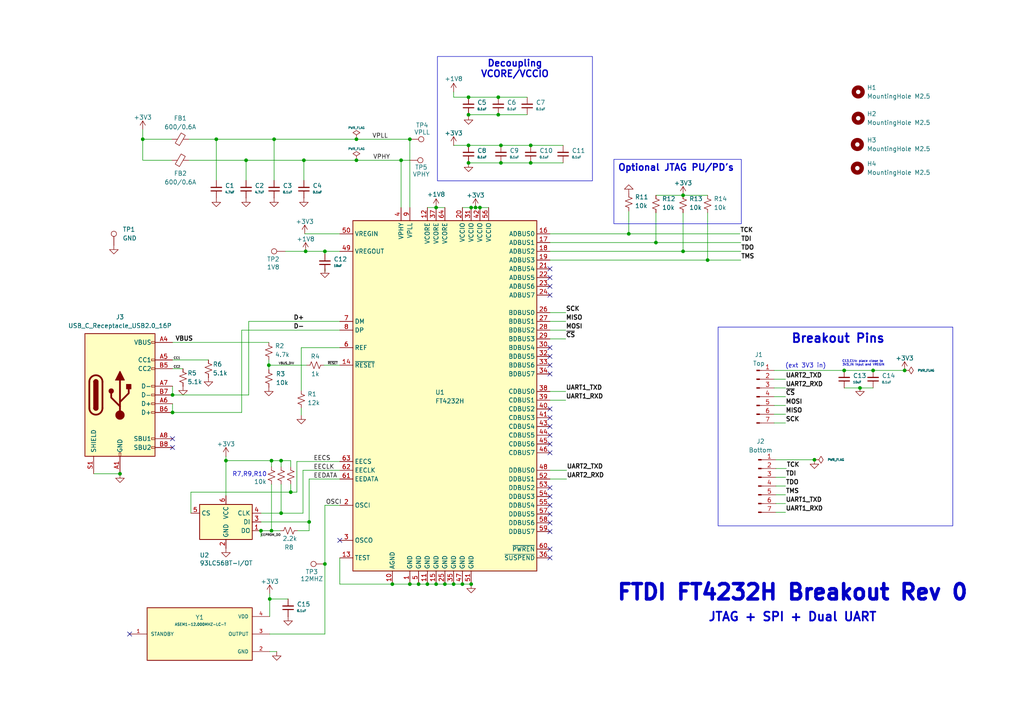
<source format=kicad_sch>
(kicad_sch (version 20231120) (generator "eeschema") (generator_version "8.0")
  (paper "A4")
  (lib_symbols
    (symbol "ASEM1_12_000MHZ-LC-T:ASEM1-12.000MHZ-LC-T" (pin_names (offset 1.016))
      (property "Reference" "Y" (at -15.24 8.128 0))
      (property "Value" "ASEM1-12.000MHZ-LC-T" (at -15.24 -10.16 0))
      (symbol "ASEM1-12.000MHZ-LC-T_0_0"
        (pin passive line (at -20.32 0 0) (length 5.08) (name "STANDBY") (number "1"))
        (pin power_in line (at 20.32 -5.08 180) (length 5.08) (name "GND") (number "2"))
        (pin output line (at 20.32 0 180) (length 5.08) (name "OUTPUT") (number "3"))
        (pin power_in line (at 20.32 5.08 180) (length 5.08) (name "VDD") (number "4"))
      )
    )
    (symbol "Connector:Conn_01x07_Pin" (pin_names (offset 1.016) hide)
      (property "Reference" "J" (at 0 10.16 0))
      (property "Value" "Conn_01x07_Pin" (at 0 -10.16 0))
      (symbol "Conn_01x07_Pin_1_1"
        (pin passive line (at 5.08 7.62 180) (length 3.81) (name "Pin_1") (number "1"))
        (pin passive line (at 5.08 5.08 180) (length 3.81) (name "Pin_2") (number "2"))
        (pin passive line (at 5.08 2.54 180) (length 3.81) (name "Pin_3") (number "3"))
        (pin passive line (at 5.08 0 180) (length 3.81) (name "Pin_4") (number "4"))
        (pin passive line (at 5.08 -2.54 180) (length 3.81) (name "Pin_5") (number "5"))
        (pin passive line (at 5.08 -5.08 180) (length 3.81) (name "Pin_6") (number "6"))
        (pin passive line (at 5.08 -7.62 180) (length 3.81) (name "Pin_7") (number "7"))
      )
    )
    (symbol "Connector:TestPoint" (pin_numbers hide) (pin_names (offset 0.762) hide)
      (property "Reference" "TP" (at 0 6.858 0))
      (property "Value" "TestPoint" (at 0 5.08 0))
      (symbol "TestPoint_1_1"
        (pin passive line (at 0 0 90) (length 2.54) (name "1") (number "1"))
      )
    )
    (symbol "Connector:USB_C_Receptacle_USB2.0_16P" (pin_names (offset 1.016))
      (property "Reference" "J" (at 0 22.225 0))
      (property "Value" "USB_C_Receptacle_USB2.0_16P" (at 0 19.685 0))
      (symbol "USB_C_Receptacle_USB2.0_16P_1_1"
        (pin passive line (at 0 -22.86 90) (length 5.08) (name "GND") (number "A1"))
        (pin passive line (at 0 -22.86 90) (length 5.08) hide (name "GND") (number "A12"))
        (pin passive line (at 15.24 15.24 180) (length 5.08) (name "VBUS") (number "A4"))
        (pin bidirectional line (at 15.24 10.16 180) (length 5.08) (name "CC1") (number "A5"))
        (pin bidirectional line (at 15.24 -2.54 180) (length 5.08) (name "D+") (number "A6"))
        (pin bidirectional line (at 15.24 2.54 180) (length 5.08) (name "D-") (number "A7"))
        (pin bidirectional line (at 15.24 -12.7 180) (length 5.08) (name "SBU1") (number "A8"))
        (pin passive line (at 15.24 15.24 180) (length 5.08) hide (name "VBUS") (number "A9"))
        (pin passive line (at 0 -22.86 90) (length 5.08) hide (name "GND") (number "B1"))
        (pin passive line (at 0 -22.86 90) (length 5.08) hide (name "GND") (number "B12"))
        (pin passive line (at 15.24 15.24 180) (length 5.08) hide (name "VBUS") (number "B4"))
        (pin bidirectional line (at 15.24 7.62 180) (length 5.08) (name "CC2") (number "B5"))
        (pin bidirectional line (at 15.24 -5.08 180) (length 5.08) (name "D+") (number "B6"))
        (pin bidirectional line (at 15.24 0 180) (length 5.08) (name "D-") (number "B7"))
        (pin bidirectional line (at 15.24 -15.24 180) (length 5.08) (name "SBU2") (number "B8"))
        (pin passive line (at 15.24 15.24 180) (length 5.08) hide (name "VBUS") (number "B9"))
        (pin passive line (at -7.62 -22.86 90) (length 5.08) (name "SHIELD") (number "S1"))
      )
    )
    (symbol "Device:C_Small" (pin_numbers hide) (pin_names (offset 0.254) hide)
      (property "Reference" "C" (at 0.254 1.778 0))
      (property "Value" "C_Small" (at 0.254 -2.032 0))
      (symbol "C_Small_1_1"
        (pin passive line (at 0 2.54 270) (length 2.032) (name "~") (number "1"))
        (pin passive line (at 0 -2.54 90) (length 2.032) (name "~") (number "2"))
      )
    )
    (symbol "Device:FerriteBead_Small" (pin_numbers hide) (pin_names (offset 0))
      (property "Reference" "FB" (at 1.905 1.27 0))
      (property "Value" "FerriteBead_Small" (at 1.905 -1.27 0))
      (symbol "FerriteBead_Small_1_1"
        (pin passive line (at 0 2.54 270) (length 1.27) (name "~") (number "1"))
        (pin passive line (at 0 -2.54 90) (length 1.27) (name "~") (number "2"))
      )
    )
    (symbol "Device:R_Small_US" (pin_numbers hide) (pin_names (offset 0.254) hide)
      (property "Reference" "R" (at 0.762 0.508 0))
      (property "Value" "R_Small_US" (at 0.762 -1.016 0))
      (symbol "R_Small_US_1_1"
        (pin passive line (at 0 2.54 270) (length 1.016) (name "~") (number "1"))
        (pin passive line (at 0 -2.54 90) (length 1.016) (name "~") (number "2"))
      )
    )
    (symbol "Interface_USB:FT4232H"
      (property "Reference" "U" (at -26.67 53.34 0))
      (property "Value" "FT4232H" (at 19.05 53.34 0))
      (symbol "FT4232H_1_1"
        (pin power_in line (at -10.16 -53.34 90) (length 3.81) (name "GND") (number "1"))
        (pin power_in line (at -15.24 -53.34 90) (length 3.81) (name "AGND") (number "10"))
        (pin power_in line (at -5.08 -53.34 90) (length 3.81) (name "GND") (number "11"))
        (pin power_in line (at -5.08 55.88 270) (length 3.81) (name "VCORE") (number "12"))
        (pin input line (at -30.48 -45.72 0) (length 3.81) (name "TEST") (number "13"))
        (pin input line (at -30.48 10.16 0) (length 3.81) (name "~{RESET}") (number "14"))
        (pin power_in line (at -2.54 -53.34 90) (length 3.81) (name "GND") (number "15"))
        (pin bidirectional line (at 30.48 48.26 180) (length 3.81) (name "ADBUS0") (number "16"))
        (pin bidirectional line (at 30.48 45.72 180) (length 3.81) (name "ADBUS1") (number "17"))
        (pin bidirectional line (at 30.48 43.18 180) (length 3.81) (name "ADBUS2") (number "18"))
        (pin bidirectional line (at 30.48 40.64 180) (length 3.81) (name "ADBUS3") (number "19"))
        (pin input line (at -30.48 -30.48 0) (length 3.81) (name "OSCI") (number "2"))
        (pin power_in line (at 5.08 55.88 270) (length 3.81) (name "VCCIO") (number "20"))
        (pin bidirectional line (at 30.48 38.1 180) (length 3.81) (name "ADBUS4") (number "21"))
        (pin bidirectional line (at 30.48 35.56 180) (length 3.81) (name "ADBUS5") (number "22"))
        (pin bidirectional line (at 30.48 33.02 180) (length 3.81) (name "ADBUS6") (number "23"))
        (pin bidirectional line (at 30.48 30.48 180) (length 3.81) (name "ADBUS7") (number "24"))
        (pin power_in line (at 0 -53.34 90) (length 3.81) (name "GND") (number "25"))
        (pin bidirectional line (at 30.48 25.4 180) (length 3.81) (name "BDBUS0") (number "26"))
        (pin bidirectional line (at 30.48 22.86 180) (length 3.81) (name "BDBUS1") (number "27"))
        (pin bidirectional line (at 30.48 20.32 180) (length 3.81) (name "BDBUS2") (number "28"))
        (pin bidirectional line (at 30.48 17.78 180) (length 3.81) (name "BDBUS3") (number "29"))
        (pin output line (at -30.48 -40.64 0) (length 3.81) (name "OSCO") (number "3"))
        (pin bidirectional line (at 30.48 15.24 180) (length 3.81) (name "BDBUS4") (number "30"))
        (pin power_in line (at 7.62 55.88 270) (length 3.81) (name "VCCIO") (number "31"))
        (pin bidirectional line (at 30.48 12.7 180) (length 3.81) (name "BDBUS5") (number "32"))
        (pin bidirectional line (at 30.48 10.16 180) (length 3.81) (name "BDBUS6") (number "33"))
        (pin bidirectional line (at 30.48 7.62 180) (length 3.81) (name "BDBUS7") (number "34"))
        (pin power_in line (at 2.54 -53.34 90) (length 3.81) (name "GND") (number "35"))
        (pin output line (at 30.48 -45.72 180) (length 3.81) (name "~{SUSPEND}") (number "36"))
        (pin power_in line (at -2.54 55.88 270) (length 3.81) (name "VCORE") (number "37"))
        (pin bidirectional line (at 30.48 2.54 180) (length 3.81) (name "CDBUS0") (number "38"))
        (pin bidirectional line (at 30.48 0 180) (length 3.81) (name "CDBUS1") (number "39"))
        (pin power_in line (at -12.7 55.88 270) (length 3.81) (name "VPHY") (number "4"))
        (pin bidirectional line (at 30.48 -2.54 180) (length 3.81) (name "CDBUS2") (number "40"))
        (pin bidirectional line (at 30.48 -5.08 180) (length 3.81) (name "CDBUS3") (number "41"))
        (pin power_in line (at 10.16 55.88 270) (length 3.81) (name "VCCIO") (number "42"))
        (pin bidirectional line (at 30.48 -7.62 180) (length 3.81) (name "CDBUS4") (number "43"))
        (pin bidirectional line (at 30.48 -10.16 180) (length 3.81) (name "CDBUS5") (number "44"))
        (pin bidirectional line (at 30.48 -12.7 180) (length 3.81) (name "CDBUS6") (number "45"))
        (pin bidirectional line (at 30.48 -15.24 180) (length 3.81) (name "CDBUS7") (number "46"))
        (pin power_in line (at 5.08 -53.34 90) (length 3.81) (name "GND") (number "47"))
        (pin bidirectional line (at 30.48 -20.32 180) (length 3.81) (name "DDBUS0") (number "48"))
        (pin power_out line (at -30.48 43.18 0) (length 3.81) (name "VREGOUT") (number "49"))
        (pin power_in line (at -7.62 -53.34 90) (length 3.81) (name "GND") (number "5"))
        (pin power_in line (at -30.48 48.26 0) (length 3.81) (name "VREGIN") (number "50"))
        (pin power_in line (at 7.62 -53.34 90) (length 3.81) (name "GND") (number "51"))
        (pin bidirectional line (at 30.48 -22.86 180) (length 3.81) (name "DDBUS1") (number "52"))
        (pin bidirectional line (at 30.48 -25.4 180) (length 3.81) (name "DDBUS2") (number "53"))
        (pin bidirectional line (at 30.48 -27.94 180) (length 3.81) (name "DDBUS3") (number "54"))
        (pin bidirectional line (at 30.48 -30.48 180) (length 3.81) (name "DDBUS4") (number "55"))
        (pin power_in line (at 12.7 55.88 270) (length 3.81) (name "VCCIO") (number "56"))
        (pin bidirectional line (at 30.48 -33.02 180) (length 3.81) (name "DDBUS5") (number "57"))
        (pin bidirectional line (at 30.48 -35.56 180) (length 3.81) (name "DDBUS6") (number "58"))
        (pin bidirectional line (at 30.48 -38.1 180) (length 3.81) (name "DDBUS7") (number "59"))
        (pin input line (at -30.48 15.24 0) (length 3.81) (name "REF") (number "6"))
        (pin output line (at 30.48 -43.18 180) (length 3.81) (name "~{PWREN}") (number "60"))
        (pin bidirectional line (at -30.48 -22.86 0) (length 3.81) (name "EEDATA") (number "61"))
        (pin output line (at -30.48 -20.32 0) (length 3.81) (name "EECLK") (number "62"))
        (pin output line (at -30.48 -17.78 0) (length 3.81) (name "EECS") (number "63"))
        (pin power_in line (at 0 55.88 270) (length 3.81) (name "VCORE") (number "64"))
        (pin bidirectional line (at -30.48 22.86 0) (length 3.81) (name "DM") (number "7"))
        (pin bidirectional line (at -30.48 20.32 0) (length 3.81) (name "DP") (number "8"))
        (pin power_in line (at -10.16 55.88 270) (length 3.81) (name "VPLL") (number "9"))
      )
    )
    (symbol "Mechanical:MountingHole" (pin_names (offset 1.016)) (exclude_from_sim yes) (in_bom no)
      (property "Reference" "H" (at 0 5.08 0))
      (property "Value" "MountingHole" (at 0 3.175 0))
    )
    (symbol "Memory_EEPROM:93LCxxBxxOT"
      (property "Reference" "U" (at -6.35 6.35 0))
      (property "Value" "93LCxxBxxOT" (at 7.62 -6.35 0))
      (symbol "93LCxxBxxOT_1_1"
        (pin tri_state line (at 10.16 -2.54 180) (length 2.54) (name "DO") (number "1"))
        (pin power_in line (at 0 -7.62 90) (length 2.54) (name "GND") (number "2"))
        (pin input line (at 10.16 0 180) (length 2.54) (name "DI") (number "3"))
        (pin input line (at 10.16 2.54 180) (length 2.54) (name "CLK") (number "4"))
        (pin input line (at -10.16 2.54 0) (length 2.54) (name "CS") (number "5"))
        (pin power_in line (at 0 7.62 270) (length 2.54) (name "VCC") (number "6"))
      )
    )
    (symbol "power:+1V8" (power) (pin_numbers hide) (pin_names (offset 0) hide)
      (property "Value" "+1V8" (at 0 3.556 0))
      (symbol "+1V8_1_1"
        (pin power_in line (at 0 0 90) (length 0) (name "~") (number "1"))
      )
    )
    (symbol "power:+3V3" (power) (pin_numbers hide) (pin_names (offset 0) hide)
      (property "Value" "+3V3" (at 0 3.556 0))
      (symbol "+3V3_1_1"
        (pin power_in line (at 0 0 90) (length 0) (name "~") (number "1"))
      )
    )
    (symbol "power:GND" (power) (pin_numbers hide) (pin_names (offset 0) hide)
      (property "Value" "GND" (at 0 -3.81 0))
      (symbol "GND_1_1"
        (pin power_in line (at 0 0 270) (length 0) (name "~") (number "1"))
      )
    )
    (symbol "power:PWR_FLAG" (power) (pin_numbers hide) (pin_names (offset 0) hide)
      (property "Value" "PWR_FLAG" (at 0 3.81 0))
      (symbol "PWR_FLAG_0_0"
        (pin power_out line (at 0 0 90) (length 0) (name "~") (number "1"))
      )
    )
  )
  (junction (at 135.89 42.164))
  (junction (at 65.532 133.604))
  (junction (at 136.652 60.198))
  (junction (at 78.74 133.604))
  (junction (at 71.374 46.482))
  (junction (at 121.412 169.418))
  (junction (at 131.572 169.418))
  (junction (at 137.922 60.198))
  (junction (at 136.652 169.418))
  (junction (at 84.328 142.748))
  (junction (at 118.872 169.418))
  (junction (at 118.872 40.386))
  (junction (at 198.12 56.642))
  (junction (at 113.792 169.418))
  (junction (at 236.22 133.35))
  (junction (at 134.112 169.418))
  (junction (at 139.192 60.198))
  (junction (at 126.492 60.198))
  (junction (at 94.234 72.898))
  (junction (at 198.12 72.898))
  (junction (at 88.646 72.898))
  (junction (at 81.534 148.844))
  (junction (at 78.232 173.736))
  (junction (at 126.492 169.418))
  (junction (at 89.662 151.384))
  (junction (at 153.924 42.164))
  (junction (at 135.89 28.194))
  (junction (at 116.332 46.482))
  (junction (at 145.288 42.164))
  (junction (at 249.428 112.522))
  (junction (at 129.032 169.418))
  (junction (at 79.502 40.386))
  (junction (at 88.138 46.482))
  (junction (at 262.382 107.442))
  (junction (at 244.856 107.442))
  (junction (at 144.526 28.194))
  (junction (at 182.372 67.818))
  (junction (at 190.246 70.358))
  (junction (at 145.288 47.244))
  (junction (at 78.74 153.924))
  (junction (at 81.534 133.604))
  (junction (at 41.402 40.386))
  (junction (at 144.526 33.274))
  (junction (at 135.89 47.244))
  (junction (at 75.692 153.924))
  (junction (at 77.978 105.918))
  (junction (at 62.738 40.386))
  (junction (at 50.038 114.554))
  (junction (at 153.924 47.244))
  (junction (at 135.89 33.274))
  (junction (at 253.238 107.442))
  (junction (at 94.234 163.576))
  (junction (at 103.378 40.386))
  (junction (at 50.038 119.634))
  (junction (at 123.952 169.418))
  (junction (at 205.232 75.438))
  (junction (at 103.378 46.482))
  (junction (at 34.798 137.414))
  (no_connect (at 159.512 108.458))
  (no_connect (at 159.512 100.838))
  (no_connect (at 159.512 131.318))
  (no_connect (at 159.512 80.518))
  (no_connect (at 159.512 126.238))
  (no_connect (at 50.038 127.254))
  (no_connect (at 159.512 77.978))
  (no_connect (at 159.512 146.558))
  (no_connect (at 159.512 121.158))
  (no_connect (at 159.512 159.258))
  (no_connect (at 159.512 161.798))
  (no_connect (at 159.512 105.918))
  (no_connect (at 159.512 123.698))
  (no_connect (at 159.512 103.378))
  (no_connect (at 159.512 141.478))
  (no_connect (at 159.512 118.618))
  (no_connect (at 159.512 128.778))
  (no_connect (at 159.512 85.598))
  (no_connect (at 50.038 129.794))
  (no_connect (at 159.512 144.018))
  (no_connect (at 159.512 83.058))
  (no_connect (at 159.512 149.098))
  (no_connect (at 98.552 156.718))
  (no_connect (at 37.592 183.896))
  (no_connect (at 159.512 154.178))
  (no_connect (at 159.512 151.638))
  (wire (pts (xy 145.288 42.164) (xy 153.924 42.164)))
  (wire (pts (xy 103.378 46.482) (xy 116.332 46.482)))
  (wire (pts (xy 135.89 47.244) (xy 145.288 47.244)))
  (wire (pts (xy 103.378 40.386) (xy 118.872 40.386)))
  (wire (pts (xy 131.572 42.164) (xy 135.89 42.164)))
  (wire (pts (xy 62.738 40.386) (xy 54.864 40.386)))
  (wire (pts (xy 55.372 142.748) (xy 55.372 148.844)))
  (wire (pts (xy 98.552 100.838) (xy 87.376 100.838)))
  (wire (pts (xy 65.532 133.604) (xy 78.74 133.604)))
  (wire (pts (xy 27.178 137.414) (xy 34.798 137.414)))
  (wire (pts (xy 159.512 90.678) (xy 164.084 90.678)))
  (wire (pts (xy 71.374 46.482) (xy 71.374 52.324)))
  (wire (pts (xy 50.038 112.014) (xy 50.038 114.554)))
  (wire (pts (xy 72.136 114.554) (xy 72.136 93.218)))
  (wire (pts (xy 116.332 60.198) (xy 116.332 46.482)))
  (wire (pts (xy 77.978 105.918) (xy 77.978 107.188)))
  (wire (pts (xy 136.652 60.198) (xy 137.922 60.198)))
  (wire (pts (xy 89.662 153.924) (xy 89.662 151.384)))
  (wire (pts (xy 87.376 100.838) (xy 87.376 113.284)))
  (wire (pts (xy 113.792 169.418) (xy 118.872 169.418)))
  (wire (pts (xy 249.428 112.522) (xy 253.238 112.522)))
  (wire (pts (xy 164.338 136.398) (xy 159.512 136.398)))
  (wire (pts (xy 159.512 93.218) (xy 164.084 93.218)))
  (wire (pts (xy 50.038 114.554) (xy 72.136 114.554)))
  (wire (pts (xy 94.234 72.898) (xy 98.552 72.898)))
  (wire (pts (xy 75.692 151.384) (xy 89.662 151.384)))
  (wire (pts (xy 253.238 107.442) (xy 262.382 107.442)))
  (wire (pts (xy 198.12 72.898) (xy 214.884 72.898)))
  (wire (pts (xy 164.084 116.078) (xy 159.512 116.078)))
  (wire (pts (xy 137.922 60.198) (xy 139.192 60.198)))
  (wire (pts (xy 88.392 67.818) (xy 98.552 67.818)))
  (wire (pts (xy 88.646 72.898) (xy 94.234 72.898)))
  (wire (pts (xy 77.978 105.918) (xy 88.9 105.918)))
  (wire (pts (xy 79.502 40.386) (xy 103.378 40.386)))
  (wire (pts (xy 98.552 161.798) (xy 98.552 169.418)))
  (wire (pts (xy 182.372 61.214) (xy 182.372 67.818)))
  (wire (pts (xy 78.232 173.736) (xy 83.566 173.736)))
  (wire (pts (xy 118.618 46.482) (xy 116.332 46.482)))
  (wire (pts (xy 50.038 104.394) (xy 60.452 104.394)))
  (wire (pts (xy 70.104 119.634) (xy 50.038 119.634)))
  (wire (pts (xy 131.572 169.418) (xy 134.112 169.418)))
  (wire (pts (xy 70.104 95.758) (xy 70.104 119.634)))
  (wire (pts (xy 87.884 136.398) (xy 98.552 136.398)))
  (wire (pts (xy 49.784 40.386) (xy 41.402 40.386)))
  (wire (pts (xy 227.838 120.142) (xy 224.536 120.142)))
  (wire (pts (xy 84.328 133.604) (xy 84.328 135.382)))
  (wire (pts (xy 49.784 46.482) (xy 41.402 46.482)))
  (wire (pts (xy 81.534 133.604) (xy 84.328 133.604)))
  (wire (pts (xy 135.89 42.164) (xy 145.288 42.164)))
  (wire (pts (xy 62.738 52.324) (xy 62.738 40.386)))
  (wire (pts (xy 182.372 67.818) (xy 214.63 67.818)))
  (wire (pts (xy 65.532 132.334) (xy 65.532 133.604)))
  (wire (pts (xy 225.044 133.35) (xy 236.22 133.35)))
  (wire (pts (xy 54.864 46.482) (xy 71.374 46.482)))
  (wire (pts (xy 145.288 47.244) (xy 153.924 47.244)))
  (wire (pts (xy 135.89 28.194) (xy 144.526 28.194)))
  (wire (pts (xy 41.402 37.592) (xy 41.402 40.386)))
  (wire (pts (xy 227.838 117.602) (xy 224.536 117.602)))
  (wire (pts (xy 139.192 60.198) (xy 141.732 60.198)))
  (wire (pts (xy 41.402 46.482) (xy 41.402 40.386)))
  (wire (pts (xy 198.12 72.898) (xy 159.512 72.898)))
  (wire (pts (xy 227.838 122.682) (xy 224.536 122.682)))
  (wire (pts (xy 228.092 135.89) (xy 225.044 135.89)))
  (wire (pts (xy 94.234 146.558) (xy 94.234 163.576)))
  (wire (pts (xy 77.978 99.314) (xy 50.038 99.314)))
  (wire (pts (xy 190.246 61.722) (xy 190.246 70.358)))
  (wire (pts (xy 159.512 95.758) (xy 164.084 95.758)))
  (wire (pts (xy 89.662 138.938) (xy 89.662 151.384)))
  (wire (pts (xy 93.98 105.918) (xy 98.552 105.918)))
  (wire (pts (xy 121.412 169.418) (xy 123.952 169.418)))
  (wire (pts (xy 81.28 153.924) (xy 78.74 153.924)))
  (wire (pts (xy 227.838 109.982) (xy 224.536 109.982)))
  (wire (pts (xy 144.526 33.274) (xy 152.908 33.274)))
  (wire (pts (xy 71.374 46.482) (xy 88.138 46.482)))
  (wire (pts (xy 144.526 28.194) (xy 152.908 28.194)))
  (wire (pts (xy 123.952 60.198) (xy 126.492 60.198)))
  (wire (pts (xy 87.884 136.398) (xy 87.884 148.844)))
  (wire (pts (xy 159.512 98.298) (xy 164.084 98.298)))
  (wire (pts (xy 126.492 60.198) (xy 129.032 60.198)))
  (wire (pts (xy 126.492 169.418) (xy 129.032 169.418)))
  (wire (pts (xy 135.89 33.528) (xy 135.89 33.274)))
  (wire (pts (xy 50.038 106.934) (xy 53.086 106.934)))
  (wire (pts (xy 72.136 93.218) (xy 98.552 93.218)))
  (wire (pts (xy 227.838 148.59) (xy 225.044 148.59)))
  (wire (pts (xy 94.234 146.558) (xy 98.552 146.558)))
  (wire (pts (xy 82.804 72.898) (xy 88.646 72.898)))
  (wire (pts (xy 224.536 107.442) (xy 244.856 107.442)))
  (wire (pts (xy 94.234 163.576) (xy 94.234 183.896)))
  (wire (pts (xy 78.74 133.604) (xy 81.534 133.604)))
  (wire (pts (xy 98.552 169.418) (xy 113.792 169.418)))
  (wire (pts (xy 131.572 28.194) (xy 135.89 28.194)))
  (wire (pts (xy 77.978 104.394) (xy 77.978 105.918)))
  (wire (pts (xy 134.112 60.198) (xy 136.652 60.198)))
  (wire (pts (xy 123.952 169.418) (xy 126.492 169.418)))
  (wire (pts (xy 153.924 47.244) (xy 163.322 47.244)))
  (wire (pts (xy 78.74 140.462) (xy 78.74 153.924)))
  (wire (pts (xy 135.89 33.274) (xy 144.526 33.274)))
  (wire (pts (xy 65.532 133.604) (xy 65.532 143.764)))
  (wire (pts (xy 159.512 67.818) (xy 182.372 67.818)))
  (wire (pts (xy 94.234 183.896) (xy 78.232 183.896)))
  (wire (pts (xy 70.104 95.758) (xy 98.552 95.758)))
  (wire (pts (xy 78.74 133.604) (xy 78.74 135.382)))
  (wire (pts (xy 190.246 70.358) (xy 159.512 70.358)))
  (wire (pts (xy 89.662 138.938) (xy 98.552 138.938)))
  (wire (pts (xy 79.502 52.324) (xy 79.502 40.386)))
  (wire (pts (xy 159.512 75.438) (xy 205.232 75.438)))
  (wire (pts (xy 227.838 112.522) (xy 224.536 112.522)))
  (wire (pts (xy 205.232 75.438) (xy 214.884 75.438)))
  (wire (pts (xy 86.106 133.858) (xy 86.106 142.748)))
  (wire (pts (xy 62.738 40.386) (xy 79.502 40.386)))
  (wire (pts (xy 249.428 112.268) (xy 249.428 112.522)))
  (wire (pts (xy 94.234 73.66) (xy 94.234 72.898)))
  (wire (pts (xy 87.884 148.844) (xy 81.534 148.844)))
  (wire (pts (xy 86.106 133.858) (xy 98.552 133.858)))
  (wire (pts (xy 153.924 42.164) (xy 163.322 42.164)))
  (wire (pts (xy 129.032 169.418) (xy 131.572 169.418)))
  (wire (pts (xy 118.872 40.386) (xy 118.872 60.198)))
  (wire (pts (xy 78.232 188.976) (xy 80.264 188.976)))
  (wire (pts (xy 81.534 140.462) (xy 81.534 148.844)))
  (wire (pts (xy 75.692 155.702) (xy 75.692 153.924)))
  (wire (pts (xy 50.038 117.094) (xy 50.038 119.634)))
  (wire (pts (xy 190.246 56.642) (xy 198.12 56.642)))
  (wire (pts (xy 78.232 173.736) (xy 78.232 178.816)))
  (wire (pts (xy 118.872 169.418) (xy 121.412 169.418)))
  (wire (pts (xy 249.428 112.522) (xy 244.856 112.522)))
  (wire (pts (xy 227.838 115.062) (xy 224.536 115.062)))
  (wire (pts (xy 78.232 172.212) (xy 78.232 173.736)))
  (wire (pts (xy 227.838 140.97) (xy 225.044 140.97)))
  (wire (pts (xy 94.234 78.74) (xy 94.234 77.978)))
  (wire (pts (xy 86.106 142.748) (xy 84.328 142.748)))
  (wire (pts (xy 75.692 153.924) (xy 78.74 153.924)))
  (wire (pts (xy 190.246 70.358) (xy 214.884 70.358)))
  (wire (pts (xy 81.534 133.604) (xy 81.534 135.382)))
  (wire (pts (xy 198.12 56.642) (xy 205.232 56.642)))
  (wire (pts (xy 227.838 138.43) (xy 225.044 138.43)))
  (wire (pts (xy 205.232 61.722) (xy 205.232 75.438)))
  (wire (pts (xy 88.138 52.324) (xy 88.138 46.482)))
  (wire (pts (xy 244.856 107.442) (xy 253.238 107.442)))
  (wire (pts (xy 84.328 140.462) (xy 84.328 142.748)))
  (wire (pts (xy 198.12 61.722) (xy 198.12 72.898)))
  (wire (pts (xy 134.112 169.418) (xy 136.652 169.418)))
  (wire (pts (xy 164.084 113.538) (xy 159.512 113.538)))
  (wire (pts (xy 87.376 120.396) (xy 87.376 118.364)))
  (wire (pts (xy 131.572 26.67) (xy 131.572 28.194)))
  (wire (pts (xy 81.534 148.844) (xy 75.692 148.844)))
  (wire (pts (xy 84.328 142.748) (xy 55.372 142.748)))
  (wire (pts (xy 88.138 46.482) (xy 103.378 46.482)))
  (wire (pts (xy 164.338 138.938) (xy 159.512 138.938)))
  (wire (pts (xy 86.36 153.924) (xy 89.662 153.924)))
  (wire (pts (xy 227.838 143.51) (xy 225.044 143.51)))
  (wire (pts (xy 227.838 146.05) (xy 225.044 146.05)))
  (rectangle (start 126.873 16.383) (end 171.831 52.451))
  (rectangle (start 208.28 94.869) (end 276.352 152.527))
  (rectangle (start 178.054 46.228) (end 215.011 64.897))
  (text "Optional JTAG PU/PD's" (at 196.088 48.768 0) (effects (font (size 1.905 1.905) (bold yes))))
  (text "Breakout Pins" (at 243.078 98.298 0) (effects (font (size 2.54 2.54) (bold yes))))
  (text "FTDI FT4232H Breakout Rev 0" (at 229.87 171.958 0) (effects (font (size 4.445 4.445) (thickness 1.016) (bold yes))))
  (text "Decoupling\nVCORE/VCCIO" (at 149.352 20.066 0) (effects (font (size 1.905 1.905) (thickness 0.381) (bold yes))))
  (text "JTAG + SPI + Dual UART" (at 229.87 179.07 0) (effects (font (size 2.54 2.54) (thickness 0.508) (bold yes))))
  (text "(ext 3V3 in)" (at 233.68 106.172 0) (effects (font (size 1.27 1.27))))
  (text "C13,C14: place close to \n3V3_IN input and VREGIN" (at 250.444 105.41 0) (effects (font (size 0.635 0.635) (bold yes))))
  (text "R7,R9,R10" (at 72.39 137.668 0) (effects (font (size 1.27 1.27))))
  (label "D+" (at 85.09 93.218 0) (effects (font (bold yes))))
  (label "D-" (at 85.09 95.758 0) (effects (font (bold yes))))
  (label "UART2_RXD" (at 164.338 138.938 0) (effects (font (bold yes))))
  (label "UART1_TXD" (at 164.084 113.538 0) (effects (font (bold yes))))
  (label "MISO" (at 164.084 93.218 0) (effects (font (bold yes))))
  (label "VBUS" (at 50.8 99.314 0) (effects (font (bold yes))))
  (label "~{CS}" (at 164.084 98.298 0) (effects (font (bold yes))))
  (label "EECLK" (at 90.932 136.398 0))
  (label "TCK" (at 214.63 67.818 0) (effects (font (bold yes))))
  (label "TDI" (at 214.884 70.358 0) (effects (font (bold yes))))
  (label "CC1" (at 50.292 104.394 0) (effects (font (size 0.635 0.635) (bold yes))))
  (label "~{RESET}" (at 94.996 105.918 0) (effects (font (size 0.635 0.635) (bold yes))))
  (label "MISO" (at 227.838 120.142 0) (effects (font (bold yes))))
  (label "TMS" (at 227.838 143.51 0) (effects (font (bold yes))))
  (label "OSCI" (at 94.488 146.558 0))
  (label "MOSI" (at 164.084 95.758 0) (effects (font (bold yes))))
  (label "UART1_RXD" (at 164.084 116.078 0) (effects (font (bold yes))))
  (label "SCK" (at 164.084 90.678 0) (effects (font (bold yes))))
  (label "VBUS_DIV" (at 80.772 105.918 0) (effects (font (size 0.635 0.635) (bold yes))))
  (label "VPLL" (at 107.95 40.386 0))
  (label "UART2_TXD" (at 164.338 136.398 0) (effects (font (bold yes))))
  (label "TDO" (at 227.838 140.97 0) (effects (font (bold yes))))
  (label "EECS" (at 90.932 133.858 0))
  (label "UART2_RXD" (at 227.838 112.522 0) (effects (font (bold yes))))
  (label "CC2" (at 50.292 106.934 0) (effects (font (size 0.635 0.635) (bold yes))))
  (label "SCK" (at 227.838 122.682 0) (effects (font (bold yes))))
  (label "UART2_TXD" (at 227.838 109.982 0) (effects (font (bold yes))))
  (label "TDO" (at 214.884 72.898 0) (effects (font (bold yes))))
  (label "~{CS}" (at 227.838 115.062 0) (effects (font (bold yes))))
  (label "EEPROM_DO" (at 75.692 155.702 0) (effects (font (size 0.635 0.635) (bold yes))))
  (label "UART1_TXD" (at 227.838 146.05 0) (effects (font (bold yes))))
  (label "TMS" (at 214.884 75.438 0) (effects (font (bold yes))))
  (label "TCK" (at 228.092 135.89 0) (effects (font (bold yes))))
  (label "MOSI" (at 227.838 117.602 0) (effects (font (bold yes))))
  (label "VPHY" (at 108.204 46.482 0))
  (label "EEDATA" (at 90.932 138.938 0))
  (label "TDI" (at 227.838 138.43 0) (effects (font (bold yes))))
  (label "UART1_RXD" (at 227.838 148.59 0) (effects (font (bold yes))))
  (symbol (lib_id "power:GND") (at 236.22 133.35 0) (unit 1)
    (property "Reference" "#PWR06" (effects (hide yes)))
    (property "Value" "GND" (effects (hide yes)))
    (property "Description" "Power symbol creates a global label with name \"GND\" , ground" (effects (hide yes)))
  )
  (symbol (lib_id "Device:R_Small_US") (at 205.232 59.182 0) (unit 1)
    (property "Reference" "R14" (at 207.01 57.658 0) (effects (justify left)))
    (property "Value" "10k" (at 207.01 60.198 0) (effects (justify left)))
    (property "Footprint" "PCM_Resistor_SMD_AKL:R_0805_2012Metric_Pad1.15x1.40mm_HandSolder" (effects (hide yes)))
    (property "Description" "Resistor, small US symbol" (effects (hide yes)))
  )
  (symbol (lib_id "power:GND") (at 60.452 109.474 0) (unit 1)
    (property "Reference" "#PWR04" (effects (hide yes)))
    (property "Value" "GND" (effects (hide yes)))
    (property "Description" "Power symbol creates a global label with name \"GND\" , ground" (effects (hide yes)))
  )
  (symbol (lib_id "power:GND") (at 33.02 71.12 0) (unit 1)
    (property "Reference" "#PWR030" (effects (hide yes)))
    (property "Value" "GND" (effects (hide yes)))
    (property "Description" "Power symbol creates a global label with name \"GND\" , ground" (effects (hide yes)))
  )
  (symbol (lib_id "power:+3V3") (at 131.572 42.164 0) (unit 1)
    (property "Reference" "#PWR014" (effects (hide yes)))
    (property "Value" "+3V3" (at 131.572 38.608 0))
    (property "Description" "Power symbol creates a global label with name \"+3V3\"" (effects (hide yes)))
  )
  (symbol (lib_id "power:GND") (at 83.566 178.816 0) (unit 1)
    (property "Reference" "#PWR027" (effects (hide yes)))
    (property "Value" "GND" (effects (hide yes)))
    (property "Description" "Power symbol creates a global label with name \"GND\" , ground" (effects (hide yes)))
  )
  (symbol (lib_id "Mechanical:MountingHole") (at 248.92 26.67 0) (unit 1) (exclude_from_sim yes) (in_bom no)
    (property "Reference" "H1" (at 251.46 25.3999 0) (effects (justify left)))
    (property "Value" "MountingHole M2.5" (at 251.46 27.9399 0) (effects (justify left)))
    (property "Footprint" "MountingHole:MountingHole_2.7mm_M2.5_ISO7380" (effects (hide yes)))
    (property "Description" "Mounting Hole without connection" (effects (hide yes)))
  )
  (symbol (lib_id "Device:C_Small") (at 153.924 44.704 180) (unit 1)
    (property "Reference" "C10" (at 156.464 43.688 0) (effects (justify right)))
    (property "Value" "0.1uF" (at 156.464 45.5931 0) (effects (font (size 0.635 0.635)) (justify right)))
    (property "Footprint" "Capacitor_SMD:C_0805_2012Metric_Pad1.18x1.45mm_HandSolder" (effects (hide yes)))
    (property "Description" "Unpolarized capacitor, small symbol" (effects (hide yes)))
  )
  (symbol (lib_id "power:GND") (at 53.086 112.014 0) (unit 1)
    (property "Reference" "#PWR03" (effects (hide yes)))
    (property "Value" "GND" (effects (hide yes)))
    (property "Description" "Power symbol creates a global label with name \"GND\" , ground" (effects (hide yes)))
  )
  (symbol (lib_id "Device:C_Small") (at 94.234 76.2 180) (unit 1)
    (property "Reference" "C12" (at 96.774 75.184 0) (effects (justify right)))
    (property "Value" "10uF" (at 96.774 77.0891 0) (effects (font (size 0.635 0.635)) (justify right)))
    (property "Footprint" "Capacitor_SMD:C_0805_2012Metric_Pad1.18x1.45mm_HandSolder" (effects (hide yes)))
    (property "Description" "Unpolarized capacitor, small symbol" (effects (hide yes)))
  )
  (symbol (lib_id "power:+3V3") (at 41.402 37.592 0) (unit 1)
    (property "Reference" "#PWR010" (effects (hide yes)))
    (property "Value" "+3V3" (at 41.402 34.036 0))
    (property "Description" "Power symbol creates a global label with name \"+3V3\"" (effects (hide yes)))
  )
  (symbol (lib_id "Device:C_Small") (at 145.288 44.704 180) (unit 1)
    (property "Reference" "C9" (at 147.828 43.688 0) (effects (justify right)))
    (property "Value" "0.1uF" (at 147.828 45.5931 0) (effects (font (size 0.635 0.635)) (justify right)))
    (property "Footprint" "Capacitor_SMD:C_0805_2012Metric_Pad1.18x1.45mm_HandSolder" (effects (hide yes)))
    (property "Description" "Unpolarized capacitor, small symbol" (effects (hide yes)))
  )
  (symbol (lib_id "Device:C_Small") (at 135.89 30.734 180) (unit 1)
    (property "Reference" "C5" (at 138.43 29.718 0) (effects (justify right)))
    (property "Value" "0.1uF" (at 138.43 31.6231 0) (effects (font (size 0.635 0.635)) (justify right)))
    (property "Footprint" "Capacitor_SMD:C_0805_2012Metric_Pad1.18x1.45mm_HandSolder" (effects (hide yes)))
    (property "Description" "Unpolarized capacitor, small symbol" (effects (hide yes)))
  )
  (symbol (lib_id "power:+1V8") (at 88.646 72.898 0) (unit 1)
    (property "Reference" "#PWR022" (effects (hide yes)))
    (property "Value" "+1V8" (at 88.646 69.342 0))
    (property "Description" "Power symbol creates a global label with name \"+1V8\"" (effects (hide yes)))
  )
  (symbol (lib_id "Device:R_Small_US") (at 77.978 101.854 0) (unit 1)
    (property "Reference" "R2" (at 79.756 100.33 0) (effects (justify left)))
    (property "Value" "4.7k" (at 79.756 102.87 0) (effects (justify left)))
    (property "Footprint" "PCM_Resistor_SMD_AKL:R_0805_2012Metric_Pad1.15x1.40mm_HandSolder" (effects (hide yes)))
    (property "Description" "Resistor, small US symbol" (effects (hide yes)))
  )
  (symbol (lib_id "power:+3V3") (at 65.532 132.334 0) (unit 1)
    (property "Reference" "#PWR08" (effects (hide yes)))
    (property "Value" "+3V3" (at 65.532 128.778 0))
    (property "Description" "Power symbol creates a global label with name \"+3V3\"" (effects (hide yes)))
  )
  (symbol (lib_id "power:GND") (at 34.798 137.414 0) (unit 1)
    (property "Reference" "#PWR02" (effects (hide yes)))
    (property "Value" "GND" (effects (hide yes)))
    (property "Description" "Power symbol creates a global label with name \"GND\" , ground" (effects (hide yes)))
  )
  (symbol (lib_id "Device:R_Small_US") (at 198.12 59.182 0) (unit 1)
    (property "Reference" "R13" (at 199.898 57.658 0) (effects (justify left)))
    (property "Value" "10k" (at 199.898 60.198 0) (effects (justify left)))
    (property "Footprint" "PCM_Resistor_SMD_AKL:R_0805_2012Metric_Pad1.15x1.40mm_HandSolder" (effects (hide yes)))
    (property "Description" "Resistor, small US symbol" (effects (hide yes)))
  )
  (symbol (lib_id "Device:R_Small_US") (at 53.086 109.474 0) (unit 1)
    (property "Reference" "R5" (at 54.356 108.204 0) (effects (justify left)))
    (property "Value" "5.1k" (at 54.356 110.744 0) (effects (justify left)))
    (property "Footprint" "PCM_Resistor_SMD_AKL:R_0805_2012Metric_Pad1.15x1.40mm_HandSolder" (effects (hide yes)))
    (property "Description" "Resistor, small US symbol" (effects (hide yes)))
  )
  (symbol (lib_id "Device:R_Small_US") (at 77.978 109.728 0) (unit 1)
    (property "Reference" "R3" (at 80.01 108.4579 0) (effects (justify left)))
    (property "Value" "10k" (at 80.01 110.9979 0) (effects (justify left)))
    (property "Footprint" "PCM_Resistor_SMD_AKL:R_0805_2012Metric_Pad1.15x1.40mm_HandSolder" (effects (hide yes)))
    (property "Description" "Resistor, small US symbol" (effects (hide yes)))
  )
  (symbol (lib_id "Device:R_Small_US") (at 78.74 137.922 0) (unit 1)
    (property "Reference" "R7" (effects (hide yes)))
    (property "Value" "10k" (at 73.66 139.7 0) (effects (justify left)))
    (property "Footprint" "PCM_Resistor_SMD_AKL:R_0805_2012Metric_Pad1.15x1.40mm_HandSolder" (effects (hide yes)))
    (property "Description" "Resistor, small US symbol" (effects (hide yes)))
  )
  (symbol (lib_id "power:GND") (at 65.532 159.004 0) (unit 1)
    (property "Reference" "#PWR09" (effects (hide yes)))
    (property "Value" "GND" (effects (hide yes)))
    (property "Description" "Power symbol creates a global label with name \"GND\" , ground" (effects (hide yes)))
  )
  (symbol (lib_id "power:GND") (at 135.89 33.528 0) (unit 1)
    (property "Reference" "#PWR013" (effects (hide yes)))
    (property "Value" "GND" (effects (hide yes)))
    (property "Description" "Power symbol creates a global label with name \"GND\" , ground" (effects (hide yes)))
  )
  (symbol (lib_id "Device:R_Small_US") (at 91.44 105.918 90) (unit 1)
    (property "Reference" "R4" (at 91.44 103.378 90))
    (property "Value" "1k" (at 91.44 108.458 90))
    (property "Footprint" "PCM_Resistor_SMD_AKL:R_0805_2012Metric_Pad1.15x1.40mm_HandSolder" (effects (hide yes)))
    (property "Description" "Resistor, small US symbol" (effects (hide yes)))
  )
  (symbol (lib_id "Interface_USB:FT4232H") (at 129.032 116.078 0) (unit 1)
    (property "Reference" "U1" (at 126.238 113.792 0) (effects (justify left)))
    (property "Value" "FT4232H" (at 126.238 116.332 0) (effects (justify left)))
    (property "Footprint" "Package_QFP:LQFP-64_10x10mm_P0.5mm" (effects (hide yes)))
    (property "Datasheet" "https://www.ftdichip.com/Support/Documents/DataSheets/ICs/DS_FT4232H.pdf" (effects (hide yes)))
    (property "Description" "Hi Speed Quad Channel USB UART/FIFO, LQFP/QFN-64" (effects (hide yes)))
  )
  (symbol (lib_id "Device:C_Small") (at 62.738 54.864 180) (unit 1)
    (property "Reference" "C1" (at 65.278 53.848 0) (effects (justify right)))
    (property "Value" "4.7uF" (at 65.278 55.7531 0) (effects (font (size 0.635 0.635)) (justify right)))
    (property "Footprint" "Capacitor_SMD:C_0805_2012Metric_Pad1.18x1.45mm_HandSolder" (effects (hide yes)))
    (property "Description" "Unpolarized capacitor, small symbol" (effects (hide yes)))
  )
  (symbol (lib_id "power:GND") (at 94.234 77.978 0) (unit 1)
    (property "Reference" "#PWR023" (effects (hide yes)))
    (property "Value" "GND" (effects (hide yes)))
    (property "Description" "Power symbol creates a global label with name \"GND\" , ground" (effects (hide yes)))
  )
  (symbol (lib_id "power:+3V3") (at 88.392 67.818 0) (unit 1)
    (property "Reference" "#PWR021" (effects (hide yes)))
    (property "Value" "+3V3" (at 88.392 64.262 0))
    (property "Description" "Power symbol creates a global label with name \"+3V3\"" (effects (hide yes)))
  )
  (symbol (lib_id "power:PWR_FLAG") (at 236.22 133.35 270) (unit 1)
    (property "Reference" "#FLG04" (effects (hide yes)))
    (property "Value" "PWR_FLAG" (at 240.03 133.35 90) (effects (font (size 0.635 0.635)) (justify left)))
    (property "Description" "Special symbol for telling ERC where power comes from" (effects (hide yes)))
  )
  (symbol (lib_id "Device:C_Small") (at 83.566 176.276 180) (unit 1)
    (property "Reference" "C15" (at 86.106 175.26 0) (effects (justify right)))
    (property "Value" "0.1uF" (at 86.106 177.1651 0) (effects (font (size 0.635 0.635)) (justify right)))
    (property "Footprint" "Capacitor_SMD:C_0805_2012Metric_Pad1.18x1.45mm_HandSolder" (effects (hide yes)))
    (property "Description" "Unpolarized capacitor, small symbol" (effects (hide yes)))
  )
  (symbol (lib_id "power:GND") (at 87.376 120.396 0) (unit 1)
    (property "Reference" "#PWR01" (effects (hide yes)))
    (property "Value" "GND" (effects (hide yes)))
    (property "Description" "Power symbol creates a global label with name \"GND\" , ground" (effects (hide yes)))
  )
  (symbol (lib_id "power:+3V3") (at 137.922 60.198 0) (unit 1)
    (property "Reference" "#PWR011" (effects (hide yes)))
    (property "Value" "+3V3" (at 137.922 56.642 0))
    (property "Description" "Power symbol creates a global label with name \"+3V3\"" (effects (hide yes)))
  )
  (symbol (lib_id "Memory_EEPROM:93LCxxBxxOT") (at 65.532 151.384 0) (unit 1)
    (property "Reference" "U2" (at 57.912 161.036 0) (effects (justify left)))
    (property "Value" "93LC56BT-I/OT" (at 57.912 163.322 0) (effects (justify left)))
    (property "Footprint" "Package_TO_SOT_SMD:SOT-23-6" (effects (hide yes)))
    (property "Datasheet" "https://ww1.microchip.com/downloads/en/DeviceDoc/21794G.pdf" (effects (hide yes)))
    (property "Description" "Serial EEPROM, 93 Series, 2.5V, SOT-23-6" (effects (hide yes)))
    (property "Digikey" "https://www.digikey.com/en/products/detail/microchip-technology/93LC56BT-I-OT/572825" (effects (hide yes)))
    (property "Mfgr" "Microchip" (effects (hide yes)))
    (property "MPN" "93LC56BT-I/OT" (effects (hide yes)))
  )
  (symbol (lib_id "Device:R_Small_US") (at 81.534 137.922 0) (unit 1)
    (property "Reference" "R9" (effects (hide yes)))
    (property "Value" "10k" (effects (hide yes)))
    (property "Footprint" "PCM_Resistor_SMD_AKL:R_0805_2012Metric_Pad1.15x1.40mm_HandSolder" (effects (hide yes)))
    (property "Description" "Resistor, small US symbol" (effects (hide yes)))
  )
  (symbol (lib_id "Device:R_Small_US") (at 84.328 137.922 0) (unit 1)
    (property "Reference" "R10" (effects (hide yes)))
    (property "Value" "10k" (effects (hide yes)))
    (property "Footprint" "PCM_Resistor_SMD_AKL:R_0805_2012Metric_Pad1.15x1.40mm_HandSolder" (effects (hide yes)))
    (property "Description" "Resistor, small US symbol" (effects (hide yes)))
  )
  (symbol (lib_id "Mechanical:MountingHole") (at 248.92 34.29 0) (unit 1) (exclude_from_sim yes) (in_bom no)
    (property "Reference" "H2" (at 251.46 33.0199 0) (effects (justify left)))
    (property "Value" "MountingHole M2.5" (at 251.46 35.5599 0) (effects (justify left)))
    (property "Footprint" "MountingHole:MountingHole_2.7mm_M2.5_ISO7380" (effects (hide yes)))
    (property "Description" "Mounting Hole without connection" (effects (hide yes)))
  )
  (symbol (lib_id "Device:FerriteBead_Small") (at 52.324 40.386 90) (unit 1)
    (property "Reference" "FB1" (at 52.2859 34.29 90))
    (property "Value" "600/0.6A" (at 52.2859 36.83 90))
    (property "Footprint" "Inductor_SMD:L_0805_2012Metric_Pad1.15x1.40mm_HandSolder" (effects (hide yes)))
    (property "Description" "Ferrite bead, small symbol" (effects (hide yes)))
  )
  (symbol (lib_id "Mechanical:MountingHole") (at 248.666 48.768 0) (unit 1) (exclude_from_sim yes) (in_bom no)
    (property "Reference" "H4" (at 251.46 47.4979 0) (effects (justify left)))
    (property "Value" "MountingHole M2.5" (at 251.46 50.0379 0) (effects (justify left)))
    (property "Footprint" "MountingHole:MountingHole_2.7mm_M2.5_ISO7380" (effects (hide yes)))
    (property "Description" "Mounting Hole without connection" (effects (hide yes)))
  )
  (symbol (lib_id "power:GND") (at 136.652 169.418 0) (unit 1)
    (property "Reference" "#PWR024" (effects (hide yes)))
    (property "Value" "GND" (effects (hide yes)))
    (property "Description" "Power symbol creates a global label with name \"GND\" , ground" (effects (hide yes)))
  )
  (symbol (lib_id "Device:C_Small") (at 71.374 54.864 180) (unit 1)
    (property "Reference" "C2" (at 73.914 53.848 0) (effects (justify right)))
    (property "Value" "4.7uF" (at 73.914 55.7531 0) (effects (font (size 0.635 0.635)) (justify right)))
    (property "Footprint" "Capacitor_SMD:C_0805_2012Metric_Pad1.18x1.45mm_HandSolder" (effects (hide yes)))
    (property "Description" "Unpolarized capacitor, small symbol" (effects (hide yes)))
  )
  (symbol (lib_id "power:GND") (at 71.374 57.404 0) (unit 1)
    (property "Reference" "#PWR018" (effects (hide yes)))
    (property "Value" "GND" (effects (hide yes)))
    (property "Description" "Power symbol creates a global label with name \"GND\" , ground" (effects (hide yes)))
  )
  (symbol (lib_id "Connector:TestPoint") (at 118.872 40.386 270) (unit 1)
    (property "Reference" "TP4" (at 122.428 36.322 90))
    (property "Value" "VPLL" (at 122.428 38.354 90))
    (property "Footprint" "TestPoint:TestPoint_Pad_2.0x2.0mm" (effects (hide yes)))
    (property "Description" "test point" (effects (hide yes)))
  )
  (symbol (lib_id "Connector:TestPoint") (at 82.804 72.898 90) (unit 1)
    (property "Reference" "TP2" (at 79.248 75.184 90))
    (property "Value" "1V8" (at 79.248 77.47 90))
    (property "Footprint" "TestPoint:TestPoint_Pad_2.0x2.0mm" (effects (hide yes)))
    (property "Description" "test point" (effects (hide yes)))
  )
  (symbol (lib_id "Device:R_Small_US") (at 182.372 58.674 0) (unit 1)
    (property "Reference" "R11" (at 184.15 57.15 0) (effects (justify left)))
    (property "Value" "10k" (at 184.15 59.69 0) (effects (justify left)))
    (property "Footprint" "PCM_Resistor_SMD_AKL:R_0805_2012Metric_Pad1.15x1.40mm_HandSolder" (effects (hide yes)))
    (property "Description" "Resistor, small US symbol" (effects (hide yes)))
  )
  (symbol (lib_id "Device:C_Small") (at 253.238 109.982 180) (unit 1)
    (property "Reference" "C14" (at 255.778 108.966 0) (effects (justify right)))
    (property "Value" "0.1uF" (at 255.778 110.8711 0) (effects (font (size 0.635 0.635)) (justify right)))
    (property "Footprint" "Capacitor_SMD:C_0805_2012Metric_Pad1.18x1.45mm_HandSolder" (effects (hide yes)))
    (property "Description" "Unpolarized capacitor, small symbol" (effects (hide yes)))
  )
  (symbol (lib_id "power:+3V3") (at 262.382 107.442 0) (unit 1)
    (property "Reference" "#PWR031" (effects (hide yes)))
    (property "Value" "+3V3" (at 262.382 103.886 0))
    (property "Description" "Power symbol creates a global label with name \"+3V3\"" (effects (hide yes)))
  )
  (symbol (lib_id "ASEM1_12_000MHZ-LC-T:ASEM1-12.000MHZ-LC-T") (at 57.912 183.896 0) (unit 1)
    (property "Reference" "Y1" (at 57.912 179.07 0))
    (property "Value" "ASEM1-12.000MHZ-LC-T" (at 58.166 181.102 0) (effects (font (size 0.762 0.762))))
    (property "Footprint" "ASEM1-12.000MHZ-LC-T:XTAL_ASEM1-12.000MHZ-LC-T" (effects (hide yes)))
    (property "Datasheet" "https://abracon.com/Oscillators/ASEM.pdf" (effects (hide yes)))
    (property "Description" "12MHZ oscillator" (effects (hide yes)))
    (property "PARTREV" "1.4.2021" (effects (hide yes)))
    (property "STANDARD" "Manufacturer Recommendations" (effects (hide yes)))
    (property "SNAPEDA_PN" "ASEM1-12.000MHZ-LC-T" (effects (hide yes)))
    (property "MAXIMUM_PACKAGE_HEIGHT" "0.9 mm" (effects (hide yes)))
    (property "MANUFACTURER" "Abracon" (effects (hide yes)))
    (property "MPN" "ASEM1-12.000MHZ-LC-T" (effects (hide yes)))
    (property "Digikey" "https://www.digikey.com/en/products/detail/abracon-llc/ASEM1-12-000MHZ-LC-T/1873203?s=N4IgTCBcDaIIICMBOBDAxgewHYAI4GUBRAWQEYBaUsAOgAZ7iAJALXIBkBhcgFRAF0AvkA" (effects (hide yes)))
  )
  (symbol (lib_id "Device:C_Small") (at 244.856 109.982 180) (unit 1)
    (property "Reference" "C13" (at 247.396 108.966 0) (effects (justify right)))
    (property "Value" "10uF" (at 247.396 110.8711 0) (effects (font (size 0.635 0.635)) (justify right)))
    (property "Footprint" "Capacitor_SMD:C_0805_2012Metric_Pad1.18x1.45mm_HandSolder" (effects (hide yes)))
    (property "Description" "Unpolarized capacitor, small symbol" (effects (hide yes)))
  )
  (symbol (lib_id "power:PWR_FLAG") (at 103.378 40.386 0) (unit 1)
    (property "Reference" "#FLG02" (effects (hide yes)))
    (property "Value" "PWR_FLAG" (at 103.378 37.084 0) (effects (font (size 0.635 0.635))))
    (property "Description" "Special symbol for telling ERC where power comes from" (effects (hide yes)))
  )
  (symbol (lib_id "Connector:USB_C_Receptacle_USB2.0_16P") (at 34.798 114.554 0) (unit 1)
    (property "Reference" "J3" (at 34.798 91.948 0))
    (property "Value" "USB_C_Receptacle_USB2.0_16P" (at 34.798 94.488 0))
    (property "Footprint" "Connector_USB:USB_C_Receptacle_GCT_USB4085" (effects (hide yes)))
    (property "Datasheet" "https://www.usb.org/sites/default/files/documents/usb_type-c.zip" (effects (hide yes)))
    (property "Description" "USB 2.0-only 16P Type-C Receptacle connector" (effects (hide yes)))
  )
  (symbol (lib_id "Connector:TestPoint") (at 33.02 71.12 0) (unit 1)
    (property "Reference" "TP1" (at 35.56 66.5479 0) (effects (justify left)))
    (property "Value" "GND" (at 35.56 69.0879 0) (effects (justify left)))
    (property "Footprint" "TestPoint:TestPoint_Pad_2.0x2.0mm" (effects (hide yes)))
    (property "Description" "test point" (effects (hide yes)))
  )
  (symbol (lib_id "Device:C_Small") (at 88.138 54.864 180) (unit 1)
    (property "Reference" "C4" (at 90.678 53.848 0) (effects (justify right)))
    (property "Value" "0.1uF" (at 90.678 55.7531 0) (effects (font (size 0.635 0.635)) (justify right)))
    (property "Footprint" "Capacitor_SMD:C_0805_2012Metric_Pad1.18x1.45mm_HandSolder" (effects (hide yes)))
    (property "Description" "Unpolarized capacitor, small symbol" (effects (hide yes)))
  )
  (symbol (lib_id "power:+3V3") (at 78.232 172.212 0) (unit 1)
    (property "Reference" "#PWR025" (effects (hide yes)))
    (property "Value" "+3V3" (at 78.232 168.656 0))
    (property "Description" "Power symbol creates a global label with name \"+3V3\"" (effects (hide yes)))
  )
  (symbol (lib_id "Connector:TestPoint") (at 118.618 46.482 270) (unit 1)
    (property "Reference" "TP5" (at 122.174 48.514 90))
    (property "Value" "VPHY" (at 122.174 50.546 90))
    (property "Footprint" "TestPoint:TestPoint_Pad_2.0x2.0mm" (effects (hide yes)))
    (property "Description" "test point" (effects (hide yes)))
  )
  (symbol (lib_id "Device:C_Small") (at 135.89 44.704 180) (unit 1)
    (property "Reference" "C8" (at 138.43 43.688 0) (effects (justify right)))
    (property "Value" "0.1uF" (at 138.43 45.5931 0) (effects (font (size 0.635 0.635)) (justify right)))
    (property "Footprint" "Capacitor_SMD:C_0805_2012Metric_Pad1.18x1.45mm_HandSolder" (effects (hide yes)))
    (property "Description" "Unpolarized capacitor, small symbol" (effects (hide yes)))
  )
  (symbol (lib_id "power:GND") (at 80.264 188.976 0) (unit 1)
    (property "Reference" "#PWR026" (effects (hide yes)))
    (property "Value" "GND" (effects (hide yes)))
    (property "Description" "Power symbol creates a global label with name \"GND\" , ground" (effects (hide yes)))
  )
  (symbol (lib_id "power:+3V3") (at 198.12 56.642 0) (unit 1)
    (property "Reference" "#PWR029" (effects (hide yes)))
    (property "Value" "+3V3" (at 198.12 53.086 0))
    (property "Description" "Power symbol creates a global label with name \"+3V3\"" (effects (hide yes)))
  )
  (symbol (lib_id "Connector:Conn_01x07_Pin") (at 219.964 140.97 0) (unit 1)
    (property "Reference" "J2" (at 220.599 128.016 0))
    (property "Value" "Bottom" (at 220.599 130.556 0))
    (property "Footprint" "PinHeader:PinHeader_1x07_P2.54mm_Vertical-Circular-Pads" (effects (hide yes)))
    (property "Description" "Generic connector, single row, 01x07, script generated" (effects (hide yes)))
  )
  (symbol (lib_id "power:GND") (at 249.428 112.268 0) (unit 1)
    (property "Reference" "#PWR07" (effects (hide yes)))
    (property "Value" "GND" (effects (hide yes)))
    (property "Description" "Power symbol creates a global label with name \"GND\" , ground" (effects (hide yes)))
  )
  (symbol (lib_id "Device:FerriteBead_Small") (at 52.324 46.482 90) (unit 1)
    (property "Reference" "FB2" (at 52.324 50.292 90))
    (property "Value" "600/0.6A" (at 52.324 52.832 90))
    (property "Footprint" "Inductor_SMD:L_0805_2012Metric_Pad1.15x1.40mm_HandSolder" (effects (hide yes)))
    (property "Description" "Ferrite bead, small symbol" (effects (hide yes)))
  )
  (symbol (lib_id "Connector:Conn_01x07_Pin") (at 219.456 115.062 0) (unit 1)
    (property "Reference" "J1" (at 220.091 102.87 0))
    (property "Value" "Top" (at 220.091 105.41 0))
    (property "Footprint" "PinHeader:PinHeader_1x07_P2.54mm_Vertical-Circular-Pads" (effects (hide yes)))
    (property "Description" "Generic connector, single row, 01x07, script generated" (effects (hide yes)))
  )
  (symbol (lib_id "Device:R_Small_US") (at 87.376 115.824 0) (unit 1)
    (property "Reference" "R1" (at 89.154 114.3 0) (effects (justify left)))
    (property "Value" "12k" (at 89.154 116.84 0) (effects (justify left)))
    (property "Footprint" "PCM_Resistor_SMD_AKL:R_0805_2012Metric_Pad1.15x1.40mm_HandSolder" (effects (hide yes)))
    (property "Description" "Resistor, small US symbol" (effects (hide yes)))
  )
  (symbol (lib_id "power:GND") (at 79.502 57.404 0) (unit 1)
    (property "Reference" "#PWR019" (effects (hide yes)))
    (property "Value" "GND" (effects (hide yes)))
    (property "Description" "Power symbol creates a global label with name \"GND\" , ground" (effects (hide yes)))
  )
  (symbol (lib_id "Connector:TestPoint") (at 94.234 163.576 90) (unit 1)
    (property "Reference" "TP3" (at 90.424 165.862 90))
    (property "Value" "12MHZ" (at 90.424 167.894 90))
    (property "Footprint" "TestPoint:TestPoint_Pad_2.0x2.0mm" (effects (hide yes)))
    (property "Description" "test point" (effects (hide yes)))
  )
  (symbol (lib_id "Device:C_Small") (at 163.322 44.704 180) (unit 1)
    (property "Reference" "C11" (at 165.862 43.688 0) (effects (justify right)))
    (property "Value" "0.1uF" (at 165.862 45.5931 0) (effects (font (size 0.635 0.635)) (justify right)))
    (property "Footprint" "Capacitor_SMD:C_0805_2012Metric_Pad1.18x1.45mm_HandSolder" (effects (hide yes)))
    (property "Description" "Unpolarized capacitor, small symbol" (effects (hide yes)))
  )
  (symbol (lib_id "Mechanical:MountingHole") (at 248.666 41.91 0) (unit 1) (exclude_from_sim yes) (in_bom no)
    (property "Reference" "H3" (at 251.46 40.6399 0) (effects (justify left)))
    (property "Value" "MountingHole M2.5" (at 251.46 43.1799 0) (effects (justify left)))
    (property "Footprint" "MountingHole:MountingHole_2.7mm_M2.5_ISO7380" (effects (hide yes)))
    (property "Description" "Mounting Hole without connection" (effects (hide yes)))
  )
  (symbol (lib_id "power:GND") (at 62.738 57.404 0) (unit 1)
    (property "Reference" "#PWR017" (effects (hide yes)))
    (property "Value" "GND" (effects (hide yes)))
    (property "Description" "Power symbol creates a global label with name \"GND\" , ground" (effects (hide yes)))
  )
  (symbol (lib_id "power:PWR_FLAG") (at 262.382 107.442 270) (unit 1)
    (property "Reference" "#FLG01" (effects (hide yes)))
    (property "Value" "PWR_FLAG" (at 266.192 107.442 90) (effects (font (size 0.635 0.635)) (justify left)))
    (property "Description" "Special symbol for telling ERC where power comes from" (effects (hide yes)))
  )
  (symbol (lib_id "Device:R_Small_US") (at 190.246 59.182 0) (unit 1)
    (property "Reference" "R12" (at 192.024 57.658 0) (effects (justify left)))
    (property "Value" "10k" (at 192.024 60.198 0) (effects (justify left)))
    (property "Footprint" "PCM_Resistor_SMD_AKL:R_0805_2012Metric_Pad1.15x1.40mm_HandSolder" (effects (hide yes)))
    (property "Description" "Resistor, small US symbol" (effects (hide yes)))
  )
  (symbol (lib_id "power:+1V8") (at 131.572 26.67 0) (unit 1)
    (property "Reference" "#PWR012" (effects (hide yes)))
    (property "Value" "+1V8" (at 131.572 22.86 0))
    (property "Description" "Power symbol creates a global label with name \"+1V8\"" (effects (hide yes)))
  )
  (symbol (lib_id "power:GND") (at 135.89 47.244 0) (unit 1)
    (property "Reference" "#PWR015" (effects (hide yes)))
    (property "Value" "GND" (effects (hide yes)))
    (property "Description" "Power symbol creates a global label with name \"GND\" , ground" (effects (hide yes)))
  )
  (symbol (lib_id "power:GND") (at 88.138 57.404 0) (unit 1)
    (property "Reference" "#PWR020" (effects (hide yes)))
    (property "Value" "GND" (effects (hide yes)))
    (property "Description" "Power symbol creates a global label with name \"GND\" , ground" (effects (hide yes)))
  )
  (symbol (lib_id "power:GND") (at 77.978 112.268 0) (unit 1)
    (property "Reference" "#PWR05" (effects (hide yes)))
    (property "Value" "GND" (effects (hide yes)))
    (property "Description" "Power symbol creates a global label with name \"GND\" , ground" (effects (hide yes)))
  )
  (symbol (lib_id "power:+1V8") (at 126.492 60.198 0) (unit 1)
    (property "Reference" "#PWR016" (effects (hide yes)))
    (property "Value" "+1V8" (at 126.492 56.388 0))
    (property "Description" "Power symbol creates a global label with name \"+1V8\"" (effects (hide yes)))
  )
  (symbol (lib_id "Device:R_Small_US") (at 60.452 106.934 0) (unit 1)
    (property "Reference" "R6" (at 61.722 105.664 0) (effects (justify left)))
    (property "Value" "5.1k" (at 61.722 108.204 0) (effects (justify left)))
    (property "Footprint" "PCM_Resistor_SMD_AKL:R_0805_2012Metric_Pad1.15x1.40mm_HandSolder" (effects (hide yes)))
    (property "Description" "Resistor, small US symbol" (effects (hide yes)))
  )
  (symbol (lib_id "Device:R_Small_US") (at 83.82 153.924 90) (unit 1)
    (property "Reference" "R8" (at 83.82 158.75 90))
    (property "Value" "2.2k" (at 84.074 156.21 90))
    (property "Footprint" "PCM_Resistor_SMD_AKL:R_0805_2012Metric_Pad1.15x1.40mm_HandSolder" (effects (hide yes)))
    (property "Description" "Resistor, small US symbol" (effects (hide yes)))
  )
  (symbol (lib_id "power:PWR_FLAG") (at 103.378 46.482 0) (unit 1)
    (property "Reference" "#FLG03" (effects (hide yes)))
    (property "Value" "PWR_FLAG" (at 103.378 43.18 0) (effects (font (size 0.635 0.635))))
    (property "Description" "Special symbol for telling ERC where power comes from" (effects (hide yes)))
  )
  (symbol (lib_id "Device:C_Small") (at 79.502 54.864 180) (unit 1)
    (property "Reference" "C3" (at 82.042 53.848 0) (effects (justify right)))
    (property "Value" "0.1uF" (at 82.042 55.7531 0) (effects (font (size 0.635 0.635)) (justify right)))
    (property "Footprint" "Capacitor_SMD:C_0805_2012Metric_Pad1.18x1.45mm_HandSolder" (effects (hide yes)))
    (property "Description" "Unpolarized capacitor, small symbol" (effects (hide yes)))
  )
  (symbol (lib_id "Device:C_Small") (at 152.908 30.734 180) (unit 1)
    (property "Reference" "C7" (at 155.448 29.718 0) (effects (justify right)))
    (property "Value" "0.1uF" (at 155.448 31.6231 0) (effects (font (size 0.635 0.635)) (justify right)))
    (property "Footprint" "Capacitor_SMD:C_0805_2012Metric_Pad1.18x1.45mm_HandSolder" (effects (hide yes)))
    (property "Description" "Unpolarized capacitor, small symbol" (effects (hide yes)))
  )
  (symbol (lib_id "power:GND") (at 182.372 56.134 180) (unit 1)
    (property "Reference" "#PWR028" (effects (hide yes)))
    (property "Value" "GND" (effects (hide yes)))
    (property "Description" "Power symbol creates a global label with name \"GND\" , ground" (effects (hide yes)))
  )
  (symbol (lib_id "Device:C_Small") (at 144.526 30.734 180) (unit 1)
    (property "Reference" "C6" (at 147.066 29.718 0) (effects (justify right)))
    (property "Value" "0.1uF" (at 147.066 31.6231 0) (effects (font (size 0.635 0.635)) (justify right)))
    (property "Footprint" "Capacitor_SMD:C_0805_2012Metric_Pad1.18x1.45mm_HandSolder" (effects (hide yes)))
    (property "Description" "Unpolarized capacitor, small symbol" (effects (hide yes)))
  )
)
</source>
